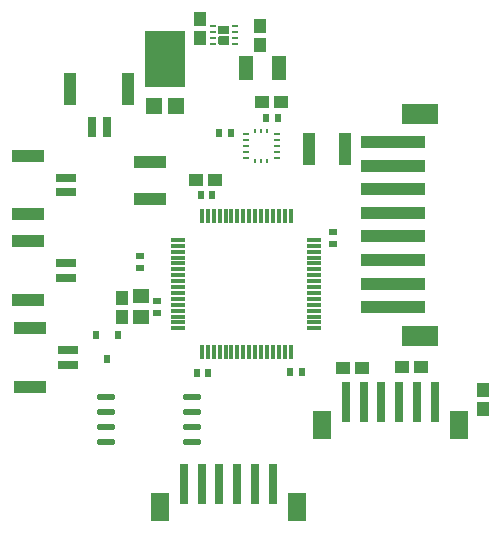
<source format=gtp>
%TF.GenerationSoftware,Altium Limited,Altium Designer,25.0.2 (28)*%
G04 Layer_Color=8421504*
%FSLAX45Y45*%
%MOMM*%
%TF.SameCoordinates,35A56F3A-7D9F-4CF9-8D97-DF5CB8944ECC*%
%TF.FilePolarity,Positive*%
%TF.FileFunction,Paste,Top*%
%TF.Part,Single*%
G01*
G75*
%TA.AperFunction,SMDPad,CuDef*%
%ADD10R,1.01600X2.69240*%
%ADD11R,1.15000X1.10000*%
%ADD12R,1.60020X2.38760*%
%ADD13R,0.71120X3.40360*%
%ADD14R,1.25000X2.00000*%
%ADD15R,0.70000X0.60000*%
%ADD16R,0.47500X0.24994*%
%ADD17R,0.24994X0.35000*%
G04:AMPARAMS|DCode=18|XSize=1.4986mm|YSize=0.5334mm|CornerRadius=0.13335mm|HoleSize=0mm|Usage=FLASHONLY|Rotation=0.000|XOffset=0mm|YOffset=0mm|HoleType=Round|Shape=RoundedRectangle|*
%AMROUNDEDRECTD18*
21,1,1.49860,0.26670,0,0,0.0*
21,1,1.23190,0.53340,0,0,0.0*
1,1,0.26670,0.61595,-0.13335*
1,1,0.26670,-0.61595,-0.13335*
1,1,0.26670,-0.61595,0.13335*
1,1,0.26670,0.61595,0.13335*
%
%ADD18ROUNDEDRECTD18*%
%ADD19R,1.10000X1.15000*%
%ADD20R,0.60000X0.70000*%
%ADD21R,2.69240X1.01600*%
%ADD22R,1.19380X0.30480*%
%ADD23R,0.30480X1.19380*%
%ADD24R,1.47000X1.16000*%
%ADD25R,5.51180X0.99060*%
%ADD26R,3.09880X1.70180*%
%ADD27R,1.09220X2.79400*%
%ADD28R,0.66040X1.80340*%
%ADD29R,1.80340X0.66040*%
%ADD30R,2.79400X1.09220*%
%ADD31R,0.50000X0.25000*%
%ADD33R,1.39000X1.40000*%
%ADD34R,3.36000X4.86000*%
G36*
X10254794Y9512444D02*
X10254700Y9513400D01*
Y9573600D01*
X10254794Y9574556D01*
X10255073Y9575475D01*
X10255526Y9576322D01*
X10256135Y9577065D01*
X10256878Y9577674D01*
X10257725Y9578127D01*
X10258644Y9578406D01*
X10259600Y9578500D01*
X10339800D01*
X10340756Y9578406D01*
X10341675Y9578127D01*
X10342522Y9577674D01*
X10343265Y9577065D01*
X10343874Y9576322D01*
X10344327Y9575475D01*
X10344606Y9574556D01*
X10344700Y9573600D01*
Y9513400D01*
X10344606Y9512444D01*
X10344327Y9511525D01*
X10343874Y9510677D01*
X10343265Y9509935D01*
X10342522Y9509326D01*
X10341675Y9508873D01*
X10340756Y9508594D01*
X10339800Y9508500D01*
X10259600D01*
X10258644Y9508594D01*
X10257725Y9508873D01*
X10256878Y9509326D01*
X10256135Y9509935D01*
X10255526Y9510677D01*
X10255073Y9511525D01*
X10254794Y9512444D01*
D02*
G37*
G36*
Y9602444D02*
X10254700Y9603400D01*
Y9663600D01*
X10254794Y9664556D01*
X10255073Y9665475D01*
X10255526Y9666322D01*
X10256135Y9667064D01*
X10256878Y9667674D01*
X10257725Y9668127D01*
X10258644Y9668406D01*
X10259600Y9668500D01*
X10339800D01*
X10340756Y9668406D01*
X10341675Y9668127D01*
X10342522Y9667674D01*
X10343265Y9667064D01*
X10343874Y9666322D01*
X10344327Y9665475D01*
X10344606Y9664556D01*
X10344700Y9663600D01*
Y9603400D01*
X10344606Y9602444D01*
X10344327Y9601524D01*
X10343874Y9600677D01*
X10343265Y9599935D01*
X10342522Y9599325D01*
X10341675Y9598873D01*
X10340756Y9598594D01*
X10339800Y9598499D01*
X10259600D01*
X10258644Y9598594D01*
X10257725Y9598873D01*
X10256878Y9599325D01*
X10256135Y9599935D01*
X10255526Y9600677D01*
X10255073Y9601524D01*
X10254794Y9602444D01*
D02*
G37*
D10*
X11328400Y8623300D02*
D03*
X11018520D02*
D03*
D11*
X11967200Y6781800D02*
D03*
X11807200D02*
D03*
X10626100Y9020400D02*
D03*
X10786100D02*
D03*
X10226275Y8364090D02*
D03*
X10066275D02*
D03*
X11471900Y6769100D02*
D03*
X11311900D02*
D03*
D12*
X9757800Y5591550D02*
D03*
X10917800D02*
D03*
X11129400Y6290050D02*
D03*
X12289400D02*
D03*
D13*
X9962800Y5786550D02*
D03*
X10112800D02*
D03*
X10262800D02*
D03*
X10412800D02*
D03*
X10562800D02*
D03*
X10712800D02*
D03*
X11334400Y6485050D02*
D03*
X11484400D02*
D03*
X11634400D02*
D03*
X11784400D02*
D03*
X11934400D02*
D03*
X12084400D02*
D03*
D14*
X10766841Y9309100D02*
D03*
X10491841D02*
D03*
D15*
X9588500Y7620000D02*
D03*
Y7720000D02*
D03*
X11226800Y7923200D02*
D03*
Y7823200D02*
D03*
X9734670Y7238066D02*
D03*
Y7338066D02*
D03*
D16*
X10485946Y8748725D02*
D03*
Y8698713D02*
D03*
Y8648700D02*
D03*
Y8598687D02*
D03*
Y8548675D02*
D03*
X10748454D02*
D03*
Y8598687D02*
D03*
Y8648700D02*
D03*
Y8698713D02*
D03*
Y8748725D02*
D03*
D17*
X10567187Y8521205D02*
D03*
X10617200D02*
D03*
X10667213D02*
D03*
Y8776195D02*
D03*
X10617200D02*
D03*
X10567187D02*
D03*
D18*
X10030460Y6527800D02*
D03*
Y6400800D02*
D03*
Y6273800D02*
D03*
Y6146800D02*
D03*
X9298940Y6273800D02*
D03*
Y6400800D02*
D03*
Y6527800D02*
D03*
Y6146800D02*
D03*
D19*
X12496800Y6586200D02*
D03*
Y6426200D02*
D03*
X9442270Y7365215D02*
D03*
Y7205214D02*
D03*
X10602800Y9667000D02*
D03*
Y9507000D02*
D03*
X10096500Y9563100D02*
D03*
Y9723100D02*
D03*
D20*
X10069341Y6726910D02*
D03*
X10169341D02*
D03*
X10102894Y8233690D02*
D03*
X10202894D02*
D03*
X9404100Y7046900D02*
D03*
X9214100D02*
D03*
X9309100Y6846900D02*
D03*
X10961707Y6739610D02*
D03*
X10861707D02*
D03*
X10361589Y8757232D02*
D03*
X10261589D02*
D03*
X10756100Y8890000D02*
D03*
X10656100D02*
D03*
D21*
X9677400Y8201660D02*
D03*
Y8511540D02*
D03*
D22*
X9915200Y7855300D02*
D03*
Y7805300D02*
D03*
Y7755300D02*
D03*
Y7705300D02*
D03*
Y7655300D02*
D03*
Y7605300D02*
D03*
Y7555300D02*
D03*
Y7505300D02*
D03*
Y7455300D02*
D03*
Y7405300D02*
D03*
Y7355300D02*
D03*
Y7305300D02*
D03*
Y7255300D02*
D03*
Y7205300D02*
D03*
Y7155300D02*
D03*
Y7105300D02*
D03*
X11065200D02*
D03*
Y7155300D02*
D03*
Y7205300D02*
D03*
Y7255300D02*
D03*
Y7305300D02*
D03*
Y7355300D02*
D03*
Y7405300D02*
D03*
Y7455300D02*
D03*
Y7505300D02*
D03*
Y7555300D02*
D03*
Y7605300D02*
D03*
Y7655300D02*
D03*
Y7705300D02*
D03*
Y7755300D02*
D03*
Y7805300D02*
D03*
Y7855300D02*
D03*
D23*
X10115200Y6905300D02*
D03*
X10165200D02*
D03*
X10215200D02*
D03*
X10265200D02*
D03*
X10315200D02*
D03*
X10365200D02*
D03*
X10415200D02*
D03*
X10465200D02*
D03*
X10515200D02*
D03*
X10565200D02*
D03*
X10615200D02*
D03*
X10665200D02*
D03*
X10715200D02*
D03*
X10765200D02*
D03*
X10815200D02*
D03*
X10865200D02*
D03*
Y8055300D02*
D03*
X10815200D02*
D03*
X10765200D02*
D03*
X10715200D02*
D03*
X10665200D02*
D03*
X10615200D02*
D03*
X10565200D02*
D03*
X10515200D02*
D03*
X10465200D02*
D03*
X10415200D02*
D03*
X10365200D02*
D03*
X10315200D02*
D03*
X10265200D02*
D03*
X10215200D02*
D03*
X10165200D02*
D03*
X10115200D02*
D03*
D24*
X9598470Y7201835D02*
D03*
Y7377836D02*
D03*
D25*
X11734800Y8683500D02*
D03*
Y8483500D02*
D03*
Y8283500D02*
D03*
Y8083500D02*
D03*
Y7883500D02*
D03*
Y7683500D02*
D03*
Y7483500D02*
D03*
Y7283500D02*
D03*
D26*
X11959990Y7043500D02*
D03*
Y8923500D02*
D03*
D27*
X8998100Y9129990D02*
D03*
X9493100D02*
D03*
D28*
X9183100Y8809990D02*
D03*
X9308100D02*
D03*
D29*
X8966200Y8382000D02*
D03*
Y8257000D02*
D03*
Y7533100D02*
D03*
Y7658100D02*
D03*
X8978900Y6919500D02*
D03*
Y6794500D02*
D03*
D30*
X8646200Y8567000D02*
D03*
Y8072000D02*
D03*
Y7348100D02*
D03*
Y7843100D02*
D03*
X8658900Y7104500D02*
D03*
Y6609500D02*
D03*
D31*
X10204700Y9663500D02*
D03*
Y9613500D02*
D03*
Y9563500D02*
D03*
Y9513500D02*
D03*
X10394700D02*
D03*
Y9563500D02*
D03*
Y9613500D02*
D03*
Y9663500D02*
D03*
D33*
X9709300Y8991600D02*
D03*
X9893300D02*
D03*
D34*
X9801300Y9389800D02*
D03*
%TF.MD5,a99c32cbc0335f2a61c6497d42d4ff46*%
M02*

</source>
